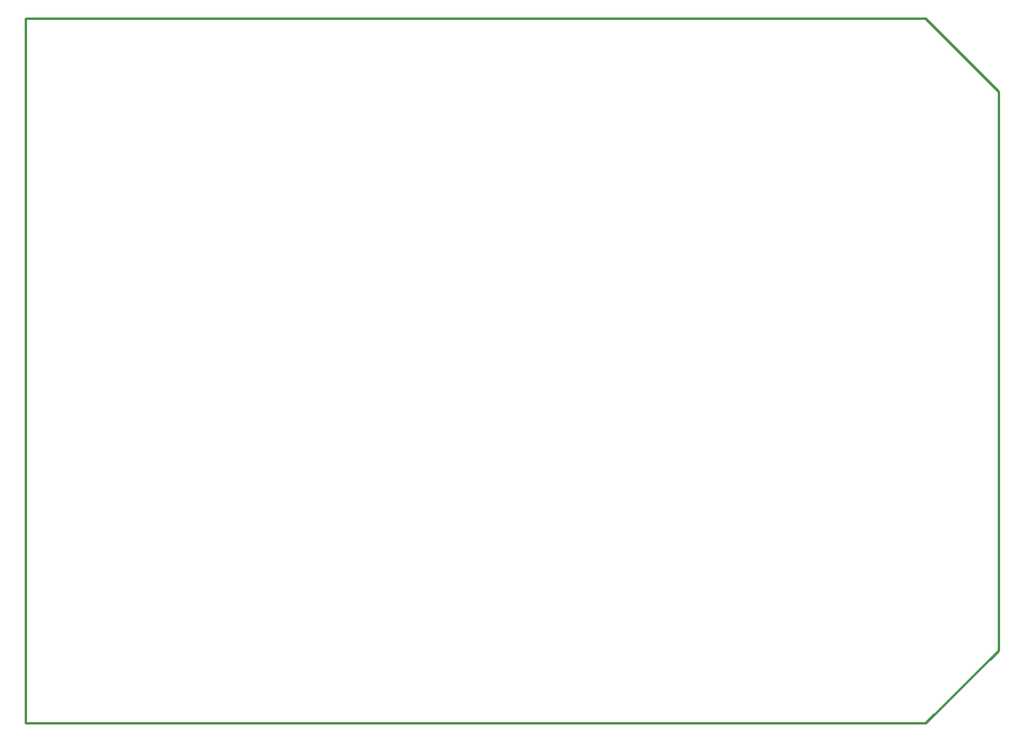
<source format=gm1>
G04 Layer_Color=16711935*
%FSLAX44Y44*%
%MOMM*%
G71*
G01*
G75*
%ADD31C,0.2540*%
D31*
X1035000Y77500D02*
Y672500D01*
X957500Y0D02*
X1035000Y77500D01*
X0Y0D02*
X957500D01*
X957500Y750000D02*
X1035000Y672500D01*
X0Y750000D02*
X957500D01*
X0Y0D02*
Y750000D01*
M02*

</source>
